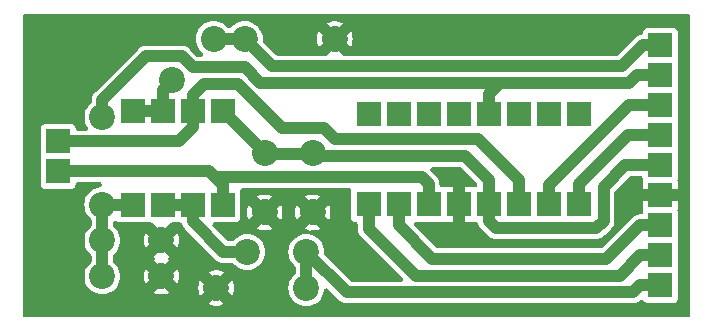
<source format=gbr>
%TF.GenerationSoftware,KiCad,Pcbnew,7.0.10*%
%TF.CreationDate,2024-03-29T20:44:44-06:00*%
%TF.ProjectId,Active_Electrode,41637469-7665-45f4-956c-656374726f64,rev?*%
%TF.SameCoordinates,Original*%
%TF.FileFunction,Copper,L1,Top*%
%TF.FilePolarity,Positive*%
%FSLAX46Y46*%
G04 Gerber Fmt 4.6, Leading zero omitted, Abs format (unit mm)*
G04 Created by KiCad (PCBNEW 7.0.10) date 2024-03-29 20:44:44*
%MOMM*%
%LPD*%
G01*
G04 APERTURE LIST*
%TA.AperFunction,ComponentPad*%
%ADD10R,2.140000X2.140000*%
%TD*%
%TA.AperFunction,ComponentPad*%
%ADD11C,2.200000*%
%TD*%
%TA.AperFunction,ViaPad*%
%ADD12C,2.200000*%
%TD*%
%TA.AperFunction,Conductor*%
%ADD13C,1.000000*%
%TD*%
G04 APERTURE END LIST*
D10*
%TO.P,J1,1,Pin_1*%
%TO.N,/CH1*%
X3080000Y-10922000D03*
%TO.P,J1,2,Pin_2*%
%TO.N,/CH2*%
X3080000Y-13462000D03*
%TD*%
D11*
%TO.P,C10,1*%
%TO.N,/+12V*%
X6832600Y-19304000D03*
%TO.P,C10,2*%
%TO.N,GND*%
X11832600Y-19304000D03*
%TD*%
%TO.P,R2,1*%
%TO.N,/ADC_CH1*%
X18897600Y-2260600D03*
%TO.P,R2,2*%
%TO.N,GND*%
X26517600Y-2260600D03*
%TD*%
%TO.P,C9,1*%
%TO.N,/+12V*%
X6832600Y-22352000D03*
%TO.P,C9,2*%
%TO.N,GND*%
X11832600Y-22352000D03*
%TD*%
%TO.P,C7,1*%
%TO.N,/-12V*%
X24638000Y-11938000D03*
%TO.P,C7,2*%
%TO.N,GND*%
X24638000Y-16938000D03*
%TD*%
%TO.P,C1,1*%
%TO.N,/Neg1_Feedback*%
X12710233Y-5765800D03*
%TO.P,C1,2*%
%TO.N,/ADC_CH1*%
X16245767Y-2230266D03*
%TD*%
D10*
%TO.P,U1,1,IN1*%
%TO.N,/DigiSelect1*%
X47160000Y-16256000D03*
%TO.P,U1,2,D1*%
%TO.N,/CURR_CH1*%
X44620000Y-16256000D03*
%TO.P,U1,3,S1*%
%TO.N,/CH1*%
X42080000Y-16256000D03*
%TO.P,U1,4,VSS*%
%TO.N,/-12V*%
X39540000Y-16256000D03*
%TO.P,U1,5,GND*%
%TO.N,GND*%
X37000000Y-16256000D03*
%TO.P,U1,6,S4*%
%TO.N,/CH2*%
X34460000Y-16256000D03*
%TO.P,U1,7,D4*%
%TO.N,/CURR_CH2*%
X31920000Y-16256000D03*
%TO.P,U1,8,IN4*%
%TO.N,/DigiSelect2*%
X29380000Y-16256000D03*
%TO.P,U1,9,IN3*%
%TO.N,unconnected-(U1-IN3-Pad9)*%
X29380000Y-8636000D03*
%TO.P,U1,10,D3*%
%TO.N,unconnected-(U1-D3-Pad10)*%
X31920000Y-8636000D03*
%TO.P,U1,11,S3*%
%TO.N,unconnected-(U1-S3-Pad11)*%
X34460000Y-8636000D03*
%TO.P,U1,12,NC*%
%TO.N,unconnected-(U1-NC-Pad12)*%
X37000000Y-8636000D03*
%TO.P,U1,13,VDD*%
%TO.N,/+12V*%
X39540000Y-8636000D03*
%TO.P,U1,14,S2*%
%TO.N,unconnected-(U1-S2-Pad14)*%
X42080000Y-8636000D03*
%TO.P,U1,15,D2*%
%TO.N,unconnected-(U1-D2-Pad15)*%
X44620000Y-8636000D03*
%TO.P,U1,16,IN2*%
%TO.N,unconnected-(U1-IN2-Pad16)*%
X47160000Y-8636000D03*
%TD*%
%TO.P,U2,1,OUT_A*%
%TO.N,/Neg1_Feedback*%
X9405000Y-8362000D03*
%TO.P,U2,2,NEG_A*%
X11945000Y-8362000D03*
%TO.P,U2,3,POS_A*%
%TO.N,/CH1*%
X14485000Y-8362000D03*
%TO.P,U2,4,V-*%
%TO.N,/-12V*%
X17025000Y-8362000D03*
%TO.P,U2,5,POS_B*%
%TO.N,/CH2*%
X17025000Y-16302000D03*
%TO.P,U2,6,NEG_B*%
%TO.N,/Neg2_FeedBack*%
X14485000Y-16302000D03*
%TO.P,U2,7,OUT_B*%
X11945000Y-16302000D03*
%TO.P,U2,8,V+*%
%TO.N,/+12V*%
X9405000Y-16302000D03*
%TD*%
D11*
%TO.P,C2,1*%
%TO.N,/Neg2_FeedBack*%
X19090000Y-20285400D03*
%TO.P,C2,2*%
%TO.N,/ADC_CH2*%
X24090000Y-20285400D03*
%TD*%
D10*
%TO.P,J2,1,Pin_1*%
%TO.N,/ADC_CH1*%
X54077000Y-2778600D03*
%TO.P,J2,2,Pin_2*%
%TO.N,/+12V*%
X54077000Y-5318600D03*
%TO.P,J2,3,Pin_3*%
%TO.N,/CURR_CH1*%
X54077000Y-7858600D03*
%TO.P,J2,4,Pin_4*%
%TO.N,/DigiSelect1*%
X54077000Y-10398600D03*
%TO.P,J2,5,Pin_5*%
%TO.N,/-12V*%
X54077000Y-12938600D03*
%TO.P,J2,6,Pin_6*%
%TO.N,GND*%
X54077000Y-15478600D03*
%TO.P,J2,7,Pin_7*%
%TO.N,/CURR_CH2*%
X54077000Y-18018600D03*
%TO.P,J2,8,Pin_8*%
%TO.N,/DigiSelect2*%
X54077000Y-20558600D03*
%TO.P,J2,9,Pin_9*%
%TO.N,/ADC_CH2*%
X54077000Y-23098600D03*
%TD*%
D11*
%TO.P,R1,1*%
%TO.N,/ADC_CH2*%
X24090000Y-23342600D03*
%TO.P,R1,2*%
%TO.N,GND*%
X16470000Y-23342600D03*
%TD*%
%TO.P,C8,1*%
%TO.N,/-12V*%
X20574000Y-11927200D03*
%TO.P,C8,2*%
%TO.N,GND*%
X20574000Y-16927200D03*
%TD*%
D12*
%TO.N,/+12V*%
X6834998Y-8870000D03*
X6831000Y-16268000D03*
%TD*%
D13*
%TO.N,/DigiSelect1*%
X51323400Y-10398600D02*
X54077000Y-10398600D01*
X47160000Y-16256000D02*
X47160000Y-14562000D01*
X47160000Y-14562000D02*
X51323400Y-10398600D01*
%TO.N,/DigiSelect2*%
X50635200Y-22288200D02*
X33342200Y-22288200D01*
X54077000Y-20558600D02*
X52364800Y-20558600D01*
X52364800Y-20558600D02*
X50635200Y-22288200D01*
X29380000Y-18326000D02*
X29380000Y-16256000D01*
X33342200Y-22288200D02*
X29380000Y-18326000D01*
%TO.N,/CURR_CH1*%
X51399600Y-7858600D02*
X44620000Y-14638200D01*
X44620000Y-14638200D02*
X44620000Y-16256000D01*
X54077000Y-7858600D02*
X51399600Y-7858600D01*
%TO.N,/CURR_CH2*%
X54077000Y-18018600D02*
X52364800Y-18018600D01*
X49505200Y-20878200D02*
X34772000Y-20878200D01*
X31920000Y-18026200D02*
X31920000Y-16256000D01*
X34772000Y-20878200D02*
X31920000Y-18026200D01*
X52364800Y-18018600D02*
X49505200Y-20878200D01*
%TO.N,/ADC_CH1*%
X52603958Y-2778600D02*
X54077000Y-2778600D01*
X16245767Y-2255666D02*
X18892666Y-2255666D01*
X18897600Y-2260600D02*
X21209000Y-4572000D01*
X18892666Y-2255666D02*
X18897600Y-2260600D01*
X50801358Y-4572000D02*
X50805958Y-4576600D01*
X50805958Y-4576600D02*
X52603958Y-2778600D01*
X21209000Y-4572000D02*
X50801358Y-4572000D01*
%TO.N,/ADC_CH2*%
X51765200Y-23698200D02*
X27502800Y-23698200D01*
X54077000Y-23098600D02*
X52364800Y-23098600D01*
X24090000Y-20285400D02*
X24104600Y-20300000D01*
X24104600Y-20300000D02*
X24104600Y-23328000D01*
X27502800Y-23698200D02*
X24090000Y-20285400D01*
X52364800Y-23098600D02*
X51765200Y-23698200D01*
X24104600Y-23328000D02*
X24090000Y-23342600D01*
%TO.N,/CH1*%
X42080000Y-16256000D02*
X42080000Y-14186000D01*
X15411000Y-6076000D02*
X14485000Y-7002000D01*
X14485000Y-9722000D02*
X14485000Y-8362000D01*
X42080000Y-14186000D02*
X38612800Y-10718800D01*
X25603200Y-9829800D02*
X22059758Y-9829800D01*
X38612800Y-10718800D02*
X26492200Y-10718800D01*
X13285000Y-10922000D02*
X14485000Y-9722000D01*
X18305958Y-6076000D02*
X15411000Y-6076000D01*
X26492200Y-10718800D02*
X25603200Y-9829800D01*
X22059758Y-9829800D02*
X18305958Y-6076000D01*
X3080000Y-10922000D02*
X13285000Y-10922000D01*
X14485000Y-7002000D02*
X14485000Y-8362000D01*
%TO.N,/CH2*%
X15545000Y-13462000D02*
X15875000Y-13462000D01*
X17025000Y-14612000D02*
X17025000Y-16302000D01*
X15875000Y-13462000D02*
X17025000Y-14612000D01*
X34460000Y-14546400D02*
X33871600Y-13958000D01*
X3080000Y-13462000D02*
X15545000Y-13462000D01*
X34460000Y-16256000D02*
X34460000Y-14546400D01*
X16371000Y-13958000D02*
X15875000Y-13462000D01*
X33871600Y-13958000D02*
X16371000Y-13958000D01*
%TO.N,/+12V*%
X51390000Y-5986600D02*
X41406600Y-5986600D01*
X20206000Y-5982000D02*
X18890000Y-4666000D01*
X18890000Y-4666000D02*
X14470400Y-4666000D01*
X9405000Y-16302000D02*
X6865000Y-16302000D01*
X39540000Y-6942000D02*
X40500000Y-5982000D01*
X52058000Y-5318600D02*
X54077000Y-5318600D01*
X6831000Y-16268000D02*
X6831000Y-19302400D01*
X13538200Y-3733800D02*
X10541000Y-3733800D01*
X14470400Y-4666000D02*
X13538200Y-3733800D01*
X10541000Y-3733800D02*
X6834998Y-7439802D01*
X39540000Y-8636000D02*
X39540000Y-6942000D01*
X41406600Y-5986600D02*
X41402000Y-5982000D01*
X41402000Y-5982000D02*
X20206000Y-5982000D01*
X40500000Y-5982000D02*
X41402000Y-5982000D01*
X51390000Y-5986600D02*
X52058000Y-5318600D01*
X6832600Y-19304000D02*
X6832600Y-22098000D01*
X6834998Y-7439802D02*
X6834998Y-8870000D01*
X6865000Y-16302000D02*
X6831000Y-16268000D01*
X6831000Y-19302400D02*
X6832600Y-19304000D01*
%TO.N,/-12V*%
X51105000Y-12938600D02*
X49276000Y-14767600D01*
X24618000Y-11958000D02*
X24638000Y-11938000D01*
X24892000Y-12192000D02*
X37546000Y-12192000D01*
X48641000Y-18262600D02*
X40126600Y-18262600D01*
X20574000Y-11911000D02*
X17025000Y-8362000D01*
X49276000Y-17627600D02*
X48641000Y-18262600D01*
X24638000Y-11938000D02*
X24892000Y-12192000D01*
X37546000Y-12192000D02*
X39540000Y-14186000D01*
X54077000Y-12938600D02*
X51105000Y-12938600D01*
X49276000Y-14767600D02*
X49276000Y-17627600D01*
X20604800Y-11958000D02*
X24618000Y-11958000D01*
X20574000Y-11927200D02*
X20604800Y-11958000D01*
X17025000Y-8362000D02*
X17025000Y-8608400D01*
X40126600Y-18262600D02*
X39540000Y-17676000D01*
X20574000Y-11927200D02*
X20574000Y-11911000D01*
X39540000Y-14186000D02*
X39540000Y-16256000D01*
X39540000Y-17676000D02*
X39540000Y-16256000D01*
%TO.N,/Neg1_Feedback*%
X9405000Y-8362000D02*
X11945000Y-8362000D01*
X11945000Y-6531033D02*
X12710233Y-5765800D01*
X11945000Y-8362000D02*
X11945000Y-6531033D01*
%TO.N,/Neg2_FeedBack*%
X19090000Y-20285400D02*
X17068400Y-20285400D01*
X11945000Y-16302000D02*
X14485000Y-16302000D01*
X17068400Y-20285400D02*
X14485000Y-17702000D01*
X14485000Y-17702000D02*
X14485000Y-16302000D01*
%TD*%
%TA.AperFunction,Conductor*%
%TO.N,GND*%
G36*
X52483844Y-13868807D02*
G01*
X52553085Y-13924026D01*
X52591512Y-14003818D01*
X52594821Y-14033191D01*
X52595887Y-14033108D01*
X52596500Y-14040904D01*
X52611724Y-14137030D01*
X52616566Y-14151932D01*
X52614534Y-14152592D01*
X52631165Y-14218610D01*
X52623920Y-14267926D01*
X52624285Y-14267984D01*
X52607000Y-14377120D01*
X52607000Y-14978600D01*
X54041237Y-14978600D01*
X53934685Y-14993920D01*
X53803900Y-15053648D01*
X53695239Y-15147802D01*
X53617507Y-15268756D01*
X53577000Y-15406711D01*
X53577000Y-15550489D01*
X53617507Y-15688444D01*
X53695239Y-15809398D01*
X53803900Y-15903552D01*
X53934685Y-15963280D01*
X54041237Y-15978600D01*
X52607001Y-15978600D01*
X52607001Y-16580076D01*
X52624285Y-16689219D01*
X52622986Y-16689424D01*
X52629413Y-16760858D01*
X52615627Y-16804965D01*
X52616565Y-16805270D01*
X52611725Y-16820165D01*
X52596499Y-16916298D01*
X52596092Y-16921472D01*
X52569669Y-17006002D01*
X52509186Y-17070696D01*
X52426623Y-17102741D01*
X52408123Y-17104580D01*
X52355010Y-17107364D01*
X52346177Y-17107827D01*
X52335764Y-17108100D01*
X52317075Y-17108100D01*
X52298494Y-17110053D01*
X52288121Y-17110869D01*
X52221580Y-17114357D01*
X52213477Y-17116528D01*
X52182802Y-17122213D01*
X52174454Y-17123090D01*
X52111058Y-17143688D01*
X52101077Y-17146644D01*
X52036707Y-17163893D01*
X52029227Y-17167704D01*
X52000409Y-17179641D01*
X51992427Y-17182235D01*
X51992424Y-17182236D01*
X51934715Y-17215554D01*
X51925566Y-17220521D01*
X51866178Y-17250781D01*
X51866169Y-17250787D01*
X51859652Y-17256065D01*
X51833937Y-17273739D01*
X51826674Y-17277932D01*
X51826667Y-17277937D01*
X51777142Y-17322529D01*
X51769238Y-17329281D01*
X51754721Y-17341038D01*
X51754708Y-17341050D01*
X51741522Y-17354236D01*
X51733971Y-17361402D01*
X51684439Y-17406001D01*
X51684434Y-17406008D01*
X51679509Y-17412786D01*
X51659235Y-17436522D01*
X49186345Y-19909414D01*
X49111357Y-19956533D01*
X49045631Y-19967700D01*
X35231569Y-19967700D01*
X35145226Y-19947993D01*
X35090855Y-19909414D01*
X33257654Y-18076213D01*
X33210535Y-18001225D01*
X33200619Y-17913218D01*
X33229870Y-17829625D01*
X33292494Y-17767001D01*
X33376087Y-17737750D01*
X33398350Y-17736499D01*
X35562306Y-17736499D01*
X35658433Y-17721275D01*
X35658436Y-17721273D01*
X35673332Y-17716434D01*
X35673992Y-17718467D01*
X35739977Y-17701834D01*
X35789323Y-17709082D01*
X35789382Y-17708715D01*
X35898518Y-17725999D01*
X36499999Y-17725999D01*
X36500000Y-17725998D01*
X36500000Y-16327889D01*
X36540507Y-16465844D01*
X36618239Y-16586798D01*
X36726900Y-16680952D01*
X36857685Y-16740680D01*
X36964237Y-16756000D01*
X37035763Y-16756000D01*
X37142315Y-16740680D01*
X37273100Y-16680952D01*
X37381761Y-16586798D01*
X37459493Y-16465844D01*
X37500000Y-16327889D01*
X37500000Y-17725999D01*
X38101481Y-17725999D01*
X38210619Y-17708715D01*
X38210824Y-17710014D01*
X38282241Y-17703583D01*
X38326369Y-17717375D01*
X38326675Y-17716436D01*
X38341565Y-17721274D01*
X38341567Y-17721275D01*
X38437693Y-17736500D01*
X38457714Y-17736499D01*
X38544054Y-17756203D01*
X38613298Y-17811419D01*
X38646978Y-17874005D01*
X38665089Y-17929745D01*
X38668048Y-17939733D01*
X38685293Y-18004092D01*
X38689098Y-18011560D01*
X38701043Y-18040396D01*
X38703634Y-18048371D01*
X38703637Y-18048377D01*
X38736954Y-18106085D01*
X38741923Y-18115236D01*
X38772184Y-18174624D01*
X38772185Y-18174626D01*
X38777459Y-18181139D01*
X38795145Y-18206873D01*
X38799328Y-18214119D01*
X38799331Y-18214123D01*
X38799333Y-18214126D01*
X38822743Y-18240126D01*
X38843927Y-18263654D01*
X38850684Y-18271565D01*
X38862439Y-18286080D01*
X38875631Y-18299272D01*
X38882803Y-18306829D01*
X38927398Y-18356357D01*
X38927401Y-18356360D01*
X38934181Y-18361286D01*
X38957921Y-18381563D01*
X39421036Y-18844678D01*
X39441314Y-18868420D01*
X39446236Y-18875194D01*
X39446241Y-18875200D01*
X39495759Y-18919786D01*
X39503316Y-18926958D01*
X39516521Y-18940163D01*
X39531039Y-18951919D01*
X39538951Y-18958676D01*
X39588474Y-19003267D01*
X39595728Y-19007455D01*
X39621448Y-19025131D01*
X39627975Y-19030416D01*
X39687405Y-19060697D01*
X39696503Y-19065638D01*
X39711922Y-19074540D01*
X39754221Y-19098962D01*
X39754225Y-19098964D01*
X39754227Y-19098965D01*
X39762186Y-19101550D01*
X39791050Y-19113506D01*
X39798508Y-19117307D01*
X39862891Y-19134557D01*
X39872873Y-19137515D01*
X39936254Y-19158109D01*
X39944587Y-19158985D01*
X39975289Y-19164675D01*
X39980834Y-19166160D01*
X39983382Y-19166843D01*
X40049975Y-19170332D01*
X40060294Y-19171145D01*
X40078885Y-19173100D01*
X40097564Y-19173100D01*
X40107979Y-19173373D01*
X40174514Y-19176860D01*
X40182795Y-19175548D01*
X40213914Y-19173100D01*
X48553686Y-19173100D01*
X48584804Y-19175548D01*
X48593086Y-19176860D01*
X48659621Y-19173373D01*
X48670036Y-19173100D01*
X48688706Y-19173100D01*
X48688715Y-19173100D01*
X48707331Y-19171143D01*
X48717661Y-19170330D01*
X48784218Y-19166843D01*
X48792302Y-19164676D01*
X48823013Y-19158985D01*
X48831347Y-19158109D01*
X48894733Y-19137513D01*
X48904715Y-19134555D01*
X48969092Y-19117307D01*
X48976556Y-19113503D01*
X49005406Y-19101553D01*
X49013373Y-19098965D01*
X49071125Y-19065620D01*
X49080205Y-19060690D01*
X49139626Y-19030415D01*
X49146127Y-19025149D01*
X49171871Y-19007454D01*
X49179126Y-19003267D01*
X49228669Y-18958657D01*
X49236560Y-18951919D01*
X49251081Y-18940160D01*
X49264304Y-18926935D01*
X49271803Y-18919819D01*
X49321360Y-18875199D01*
X49326285Y-18868420D01*
X49346562Y-18844677D01*
X49858082Y-18333158D01*
X49881828Y-18312879D01*
X49888599Y-18307960D01*
X49933190Y-18258435D01*
X49940323Y-18250917D01*
X49953561Y-18237681D01*
X49965322Y-18223154D01*
X49972082Y-18215241D01*
X49973089Y-18214123D01*
X50016667Y-18165726D01*
X50020850Y-18158479D01*
X50038544Y-18132735D01*
X50043816Y-18126225D01*
X50074079Y-18066830D01*
X50079036Y-18057698D01*
X50112365Y-17999973D01*
X50114950Y-17992015D01*
X50126907Y-17963147D01*
X50130707Y-17955692D01*
X50147955Y-17891315D01*
X50150913Y-17881333D01*
X50162578Y-17845431D01*
X50171509Y-17817946D01*
X50172385Y-17809603D01*
X50178077Y-17778900D01*
X50180243Y-17770818D01*
X50183731Y-17704253D01*
X50184547Y-17693892D01*
X50185502Y-17684809D01*
X50186500Y-17675315D01*
X50186500Y-17656635D01*
X50186773Y-17646219D01*
X50190260Y-17579686D01*
X50190259Y-17579680D01*
X50188950Y-17571413D01*
X50186500Y-17540282D01*
X50186500Y-15227169D01*
X50206207Y-15140826D01*
X50244786Y-15086455D01*
X51423856Y-13907386D01*
X51498845Y-13860267D01*
X51564570Y-13849100D01*
X52397501Y-13849100D01*
X52483844Y-13868807D01*
G37*
%TD.AperFunction*%
%TA.AperFunction,Conductor*%
G36*
X37172774Y-13122207D02*
G01*
X37227145Y-13160786D01*
X38510431Y-14444072D01*
X38557550Y-14519060D01*
X38567466Y-14607067D01*
X38538215Y-14690660D01*
X38475591Y-14753284D01*
X38400848Y-14781336D01*
X38341567Y-14790725D01*
X38326668Y-14795566D01*
X38326007Y-14793534D01*
X38259990Y-14810165D01*
X38210675Y-14802920D01*
X38210618Y-14803285D01*
X38101481Y-14786000D01*
X37500000Y-14786000D01*
X37500000Y-16184111D01*
X37459493Y-16046156D01*
X37381761Y-15925202D01*
X37273100Y-15831048D01*
X37142315Y-15771320D01*
X37035763Y-15756000D01*
X36964237Y-15756000D01*
X36857685Y-15771320D01*
X36726900Y-15831048D01*
X36618239Y-15925202D01*
X36540507Y-16046156D01*
X36500000Y-16184111D01*
X36500000Y-14786000D01*
X35898523Y-14786000D01*
X35789381Y-14803285D01*
X35789175Y-14801987D01*
X35717736Y-14808412D01*
X35673629Y-14794626D01*
X35673325Y-14795564D01*
X35658431Y-14790724D01*
X35562304Y-14775499D01*
X35556988Y-14775081D01*
X35472458Y-14748657D01*
X35407765Y-14688173D01*
X35375721Y-14605610D01*
X35373882Y-14587108D01*
X35370773Y-14527776D01*
X35370500Y-14517363D01*
X35370500Y-14498693D01*
X35370500Y-14498685D01*
X35368545Y-14480094D01*
X35367732Y-14469775D01*
X35364243Y-14403182D01*
X35362075Y-14395089D01*
X35356385Y-14364387D01*
X35355509Y-14356054D01*
X35355508Y-14356052D01*
X35351865Y-14344841D01*
X35334912Y-14292664D01*
X35331961Y-14282705D01*
X35314707Y-14218308D01*
X35310900Y-14210836D01*
X35298955Y-14182001D01*
X35296365Y-14174027D01*
X35263036Y-14116300D01*
X35258080Y-14107173D01*
X35227815Y-14047774D01*
X35226126Y-14045688D01*
X35222541Y-14041261D01*
X35204856Y-14015528D01*
X35200669Y-14008277D01*
X35200668Y-14008275D01*
X35156066Y-13958739D01*
X35149300Y-13950816D01*
X35137567Y-13936327D01*
X35137560Y-13936319D01*
X35124367Y-13923126D01*
X35117195Y-13915569D01*
X35072600Y-13866041D01*
X35072596Y-13866038D01*
X35065818Y-13861113D01*
X35042075Y-13840834D01*
X34643455Y-13442214D01*
X34596336Y-13367226D01*
X34586420Y-13279219D01*
X34615671Y-13195626D01*
X34678295Y-13133002D01*
X34761888Y-13103751D01*
X34784169Y-13102500D01*
X37086431Y-13102500D01*
X37172774Y-13122207D01*
G37*
%TD.AperFunction*%
%TA.AperFunction,Conductor*%
G36*
X56460843Y-120207D02*
G01*
X56530084Y-175426D01*
X56568511Y-255218D01*
X56573500Y-299500D01*
X56573500Y-25608500D01*
X56553793Y-25694843D01*
X56498574Y-25764084D01*
X56418782Y-25802511D01*
X56374500Y-25807500D01*
X299500Y-25807500D01*
X213157Y-25787793D01*
X143916Y-25732574D01*
X105489Y-25652782D01*
X100500Y-25608500D01*
X100500Y-24697563D01*
X15822143Y-24697563D01*
X15865387Y-24720966D01*
X16100511Y-24801683D01*
X16345702Y-24842599D01*
X16345708Y-24842600D01*
X16594292Y-24842600D01*
X16594297Y-24842599D01*
X16839488Y-24801683D01*
X17074607Y-24720967D01*
X17074612Y-24720965D01*
X17117855Y-24697563D01*
X17117856Y-24697562D01*
X16470001Y-24049707D01*
X16470000Y-24049707D01*
X15822143Y-24697562D01*
X15822143Y-24697563D01*
X100500Y-24697563D01*
X100500Y-14564306D01*
X1599500Y-14564306D01*
X1614724Y-14660430D01*
X1614727Y-14660438D01*
X1673758Y-14776294D01*
X1765705Y-14868241D01*
X1819711Y-14895758D01*
X1881567Y-14927275D01*
X1977693Y-14942500D01*
X4182306Y-14942499D01*
X4278433Y-14927275D01*
X4394294Y-14868241D01*
X4486241Y-14776294D01*
X4545275Y-14660433D01*
X4560500Y-14564307D01*
X4560500Y-14564299D01*
X4561114Y-14556511D01*
X4563871Y-14556728D01*
X4580207Y-14485157D01*
X4635426Y-14415916D01*
X4715218Y-14377489D01*
X4759500Y-14372500D01*
X6598648Y-14372500D01*
X6684991Y-14392207D01*
X6754232Y-14447426D01*
X6792659Y-14527218D01*
X6792659Y-14615782D01*
X6754232Y-14695574D01*
X6684991Y-14750793D01*
X6614263Y-14769886D01*
X6593975Y-14771483D01*
X6593972Y-14771483D01*
X6593967Y-14771484D01*
X6362790Y-14826985D01*
X6362784Y-14826987D01*
X6143123Y-14917974D01*
X5940409Y-15042197D01*
X5940408Y-15042198D01*
X5759612Y-15196612D01*
X5605198Y-15377408D01*
X5605197Y-15377409D01*
X5480974Y-15580123D01*
X5389987Y-15799784D01*
X5389985Y-15799790D01*
X5334484Y-16030967D01*
X5334483Y-16030972D01*
X5334483Y-16030975D01*
X5315829Y-16268000D01*
X5334264Y-16502248D01*
X5334484Y-16505032D01*
X5389985Y-16736209D01*
X5389987Y-16736215D01*
X5480974Y-16955876D01*
X5605197Y-17158590D01*
X5605198Y-17158591D01*
X5605199Y-17158593D01*
X5605201Y-17158595D01*
X5759612Y-17339388D01*
X5850741Y-17417218D01*
X5903596Y-17488277D01*
X5920500Y-17568538D01*
X5920500Y-18004826D01*
X5900793Y-18091169D01*
X5850741Y-18156146D01*
X5761219Y-18232605D01*
X5761212Y-18232611D01*
X5606798Y-18413408D01*
X5606797Y-18413409D01*
X5482574Y-18616123D01*
X5391587Y-18835784D01*
X5391585Y-18835790D01*
X5336084Y-19066967D01*
X5336083Y-19066972D01*
X5336083Y-19066975D01*
X5317429Y-19304000D01*
X5324575Y-19394805D01*
X5336084Y-19541032D01*
X5391585Y-19772209D01*
X5391587Y-19772215D01*
X5482574Y-19991876D01*
X5606797Y-20194590D01*
X5606798Y-20194591D01*
X5606799Y-20194593D01*
X5606801Y-20194595D01*
X5761212Y-20375388D01*
X5852341Y-20453218D01*
X5905196Y-20524277D01*
X5922100Y-20604538D01*
X5922100Y-21051460D01*
X5902393Y-21137803D01*
X5852340Y-21202781D01*
X5761217Y-21280606D01*
X5761212Y-21280611D01*
X5606798Y-21461408D01*
X5606797Y-21461409D01*
X5482574Y-21664123D01*
X5391587Y-21883784D01*
X5391585Y-21883790D01*
X5336084Y-22114967D01*
X5336083Y-22114972D01*
X5336083Y-22114975D01*
X5317429Y-22352000D01*
X5325299Y-22452005D01*
X5336084Y-22589032D01*
X5391585Y-22820209D01*
X5391587Y-22820215D01*
X5482574Y-23039876D01*
X5606797Y-23242590D01*
X5606798Y-23242591D01*
X5606799Y-23242593D01*
X5606801Y-23242595D01*
X5761212Y-23423388D01*
X5942005Y-23577799D01*
X5942007Y-23577800D01*
X5942008Y-23577801D01*
X5942009Y-23577802D01*
X6144723Y-23702025D01*
X6144725Y-23702025D01*
X6144727Y-23702027D01*
X6364386Y-23793013D01*
X6595575Y-23848517D01*
X6832600Y-23867171D01*
X7069625Y-23848517D01*
X7300814Y-23793013D01*
X7508556Y-23706963D01*
X11184743Y-23706963D01*
X11227987Y-23730366D01*
X11463111Y-23811083D01*
X11708302Y-23851999D01*
X11708308Y-23852000D01*
X11956892Y-23852000D01*
X11956897Y-23851999D01*
X12202088Y-23811083D01*
X12437207Y-23730367D01*
X12437212Y-23730365D01*
X12480455Y-23706963D01*
X12480456Y-23706962D01*
X12116098Y-23342604D01*
X14964859Y-23342604D01*
X14985385Y-23590330D01*
X15046413Y-23831320D01*
X15115855Y-23989635D01*
X15115857Y-23989636D01*
X15691004Y-23414489D01*
X15970000Y-23414489D01*
X16010507Y-23552444D01*
X16088239Y-23673398D01*
X16196900Y-23767552D01*
X16327685Y-23827280D01*
X16434237Y-23842600D01*
X16505763Y-23842600D01*
X16612315Y-23827280D01*
X16743100Y-23767552D01*
X16851761Y-23673398D01*
X16929493Y-23552444D01*
X16970000Y-23414489D01*
X16970000Y-23342600D01*
X17177107Y-23342600D01*
X17824143Y-23989636D01*
X17893587Y-23831320D01*
X17954614Y-23590330D01*
X17975141Y-23342604D01*
X17975141Y-23342595D01*
X17954614Y-23094869D01*
X17893587Y-22853879D01*
X17824143Y-22695563D01*
X17177107Y-23342599D01*
X17177107Y-23342600D01*
X16970000Y-23342600D01*
X16970000Y-23270711D01*
X16929493Y-23132756D01*
X16851761Y-23011802D01*
X16743100Y-22917648D01*
X16612315Y-22857920D01*
X16505763Y-22842600D01*
X16434237Y-22842600D01*
X16327685Y-22857920D01*
X16196900Y-22917648D01*
X16088239Y-23011802D01*
X16010507Y-23132756D01*
X15970000Y-23270711D01*
X15970000Y-23414489D01*
X15691004Y-23414489D01*
X15762893Y-23342600D01*
X15762893Y-23342599D01*
X15115856Y-22695562D01*
X15115855Y-22695563D01*
X15046413Y-22853877D01*
X15046413Y-22853878D01*
X14985385Y-23094869D01*
X14964859Y-23342595D01*
X14964859Y-23342604D01*
X12116098Y-23342604D01*
X11832601Y-23059107D01*
X11832600Y-23059107D01*
X11184743Y-23706962D01*
X11184743Y-23706963D01*
X7508556Y-23706963D01*
X7520473Y-23702027D01*
X7723195Y-23577799D01*
X7903988Y-23423388D01*
X8058399Y-23242595D01*
X8182627Y-23039873D01*
X8273613Y-22820214D01*
X8329117Y-22589025D01*
X8347771Y-22352004D01*
X10327459Y-22352004D01*
X10347985Y-22599730D01*
X10409013Y-22840720D01*
X10478455Y-22999035D01*
X10478457Y-22999036D01*
X11053604Y-22423889D01*
X11332600Y-22423889D01*
X11373107Y-22561844D01*
X11450839Y-22682798D01*
X11559500Y-22776952D01*
X11690285Y-22836680D01*
X11796837Y-22852000D01*
X11868363Y-22852000D01*
X11974915Y-22836680D01*
X12105700Y-22776952D01*
X12214361Y-22682798D01*
X12292093Y-22561844D01*
X12332600Y-22423889D01*
X12332600Y-22352000D01*
X12539707Y-22352000D01*
X13186743Y-22999036D01*
X13256187Y-22840720D01*
X13317214Y-22599730D01*
X13337741Y-22352004D01*
X13337741Y-22351995D01*
X13317214Y-22104269D01*
X13287678Y-21987636D01*
X15822143Y-21987636D01*
X16470000Y-22635493D01*
X16470001Y-22635493D01*
X17117856Y-21987636D01*
X17117855Y-21987635D01*
X17074609Y-21964233D01*
X17074611Y-21964233D01*
X16839488Y-21883516D01*
X16594297Y-21842600D01*
X16345702Y-21842600D01*
X16100511Y-21883516D01*
X15865389Y-21964233D01*
X15865385Y-21964235D01*
X15822143Y-21987635D01*
X15822143Y-21987636D01*
X13287678Y-21987636D01*
X13256187Y-21863279D01*
X13186743Y-21704963D01*
X12539707Y-22351999D01*
X12539707Y-22352000D01*
X12332600Y-22352000D01*
X12332600Y-22280111D01*
X12292093Y-22142156D01*
X12214361Y-22021202D01*
X12105700Y-21927048D01*
X11974915Y-21867320D01*
X11868363Y-21852000D01*
X11796837Y-21852000D01*
X11690285Y-21867320D01*
X11559500Y-21927048D01*
X11450839Y-22021202D01*
X11373107Y-22142156D01*
X11332600Y-22280111D01*
X11332600Y-22423889D01*
X11053604Y-22423889D01*
X11125493Y-22352000D01*
X11125493Y-22351999D01*
X10478456Y-21704962D01*
X10478455Y-21704963D01*
X10409013Y-21863277D01*
X10409013Y-21863278D01*
X10347985Y-22104269D01*
X10327459Y-22351995D01*
X10327459Y-22352004D01*
X8347771Y-22352004D01*
X8347771Y-22352000D01*
X8329117Y-22114975D01*
X8273613Y-21883786D01*
X8182627Y-21664127D01*
X8180654Y-21660907D01*
X8058402Y-21461409D01*
X8058401Y-21461408D01*
X8058400Y-21461407D01*
X8058399Y-21461405D01*
X7903988Y-21280612D01*
X7903987Y-21280611D01*
X7903982Y-21280606D01*
X7812860Y-21202781D01*
X7760003Y-21131720D01*
X7743100Y-21051460D01*
X7743100Y-20997036D01*
X11184743Y-20997036D01*
X11832600Y-21644893D01*
X11832601Y-21644893D01*
X12480456Y-20997036D01*
X12479834Y-20992770D01*
X12424949Y-20944590D01*
X12390332Y-20863072D01*
X12394513Y-20774608D01*
X12436663Y-20696718D01*
X12479989Y-20662166D01*
X12480456Y-20658962D01*
X11832601Y-20011107D01*
X11832600Y-20011107D01*
X11184743Y-20658962D01*
X11185365Y-20663229D01*
X11240251Y-20711410D01*
X11274866Y-20792929D01*
X11270684Y-20881393D01*
X11228533Y-20959282D01*
X11185210Y-20993830D01*
X11184743Y-20997036D01*
X7743100Y-20997036D01*
X7743100Y-20604538D01*
X7762807Y-20518195D01*
X7812858Y-20453219D01*
X7903988Y-20375388D01*
X8058399Y-20194595D01*
X8182627Y-19991873D01*
X8273613Y-19772214D01*
X8329117Y-19541025D01*
X8347771Y-19304004D01*
X10327459Y-19304004D01*
X10347985Y-19551730D01*
X10409013Y-19792720D01*
X10478455Y-19951035D01*
X10478457Y-19951036D01*
X11053604Y-19375889D01*
X11332600Y-19375889D01*
X11373107Y-19513844D01*
X11450839Y-19634798D01*
X11559500Y-19728952D01*
X11690285Y-19788680D01*
X11796837Y-19804000D01*
X11868363Y-19804000D01*
X11974915Y-19788680D01*
X12105700Y-19728952D01*
X12214361Y-19634798D01*
X12292093Y-19513844D01*
X12332600Y-19375889D01*
X12332600Y-19304000D01*
X12539707Y-19304000D01*
X13186743Y-19951036D01*
X13256187Y-19792720D01*
X13317214Y-19551730D01*
X13337741Y-19304004D01*
X13337741Y-19303995D01*
X13317214Y-19056269D01*
X13256187Y-18815279D01*
X13186743Y-18656963D01*
X12539707Y-19303999D01*
X12539707Y-19304000D01*
X12332600Y-19304000D01*
X12332600Y-19232111D01*
X12292093Y-19094156D01*
X12214361Y-18973202D01*
X12105700Y-18879048D01*
X11974915Y-18819320D01*
X11868363Y-18804000D01*
X11796837Y-18804000D01*
X11690285Y-18819320D01*
X11559500Y-18879048D01*
X11450839Y-18973202D01*
X11373107Y-19094156D01*
X11332600Y-19232111D01*
X11332600Y-19375889D01*
X11053604Y-19375889D01*
X11125493Y-19304000D01*
X11125493Y-19303999D01*
X10478456Y-18656962D01*
X10478455Y-18656963D01*
X10409013Y-18815277D01*
X10409013Y-18815278D01*
X10347985Y-19056269D01*
X10327459Y-19303995D01*
X10327459Y-19304004D01*
X8347771Y-19304004D01*
X8347771Y-19304000D01*
X8329117Y-19066975D01*
X8273613Y-18835786D01*
X8182627Y-18616127D01*
X8182625Y-18616123D01*
X8058402Y-18413409D01*
X8058401Y-18413408D01*
X8058400Y-18413407D01*
X8058399Y-18413405D01*
X7903988Y-18232612D01*
X7888184Y-18219114D01*
X7811259Y-18153413D01*
X7758403Y-18082353D01*
X7741500Y-18002093D01*
X7741500Y-17839464D01*
X7761207Y-17753121D01*
X7816426Y-17683880D01*
X7896218Y-17645453D01*
X7984782Y-17645453D01*
X8064574Y-17683880D01*
X8081214Y-17698750D01*
X8090705Y-17708241D01*
X8167697Y-17747470D01*
X8206567Y-17767275D01*
X8302693Y-17782500D01*
X10507306Y-17782499D01*
X10603433Y-17767275D01*
X10603436Y-17767273D01*
X10613502Y-17764003D01*
X10701709Y-17756063D01*
X10736496Y-17764003D01*
X10746565Y-17767274D01*
X10746567Y-17767275D01*
X10842693Y-17782500D01*
X10978914Y-17782499D01*
X11065253Y-17802206D01*
X11134495Y-17857423D01*
X11172919Y-17937212D01*
X11832600Y-18596893D01*
X11832601Y-18596893D01*
X12495448Y-17934044D01*
X12496418Y-17921911D01*
X12541075Y-17845431D01*
X12614493Y-17795901D01*
X12686286Y-17782499D01*
X13047306Y-17782499D01*
X13143433Y-17767275D01*
X13143436Y-17767273D01*
X13153502Y-17764003D01*
X13241709Y-17756063D01*
X13276496Y-17764003D01*
X13286565Y-17767274D01*
X13286567Y-17767275D01*
X13382693Y-17782500D01*
X13409214Y-17782499D01*
X13495555Y-17802204D01*
X13564798Y-17857420D01*
X13598478Y-17920008D01*
X13610090Y-17955748D01*
X13613048Y-17965733D01*
X13630293Y-18030092D01*
X13634098Y-18037560D01*
X13646043Y-18066396D01*
X13648634Y-18074371D01*
X13648637Y-18074377D01*
X13681954Y-18132085D01*
X13686923Y-18141236D01*
X13717184Y-18200624D01*
X13717185Y-18200626D01*
X13722459Y-18207139D01*
X13740145Y-18232873D01*
X13744328Y-18240119D01*
X13744331Y-18240123D01*
X13744333Y-18240126D01*
X13755525Y-18252556D01*
X13788927Y-18289654D01*
X13795684Y-18297565D01*
X13807439Y-18312080D01*
X13820632Y-18325273D01*
X13827803Y-18332829D01*
X13872401Y-18382360D01*
X13877801Y-18386283D01*
X13879180Y-18387285D01*
X13902925Y-18407566D01*
X16362834Y-20867475D01*
X16383113Y-20891218D01*
X16388038Y-20897996D01*
X16388041Y-20898000D01*
X16437569Y-20942595D01*
X16445126Y-20949767D01*
X16458319Y-20962960D01*
X16458327Y-20962967D01*
X16472816Y-20974700D01*
X16480739Y-20981466D01*
X16530275Y-21026068D01*
X16530277Y-21026069D01*
X16537528Y-21030256D01*
X16563261Y-21047941D01*
X16569774Y-21053215D01*
X16629173Y-21083480D01*
X16638300Y-21088436D01*
X16696027Y-21121765D01*
X16704001Y-21124355D01*
X16732836Y-21136300D01*
X16740308Y-21140107D01*
X16804705Y-21157361D01*
X16814664Y-21160312D01*
X16878054Y-21180909D01*
X16886387Y-21181785D01*
X16917089Y-21187475D01*
X16922634Y-21188960D01*
X16925182Y-21189643D01*
X16991775Y-21193132D01*
X17002094Y-21193945D01*
X17020685Y-21195900D01*
X17039364Y-21195900D01*
X17049779Y-21196173D01*
X17116314Y-21199660D01*
X17124595Y-21198348D01*
X17155714Y-21195900D01*
X17789460Y-21195900D01*
X17875803Y-21215607D01*
X17940781Y-21265660D01*
X18018606Y-21356782D01*
X18018611Y-21356787D01*
X18018612Y-21356788D01*
X18199405Y-21511199D01*
X18199407Y-21511200D01*
X18199408Y-21511201D01*
X18199409Y-21511202D01*
X18402123Y-21635425D01*
X18402125Y-21635425D01*
X18402127Y-21635427D01*
X18621786Y-21726413D01*
X18852975Y-21781917D01*
X19090000Y-21800571D01*
X19327025Y-21781917D01*
X19558214Y-21726413D01*
X19777873Y-21635427D01*
X19980595Y-21511199D01*
X20161388Y-21356788D01*
X20315799Y-21175995D01*
X20440027Y-20973273D01*
X20531013Y-20753614D01*
X20586517Y-20522425D01*
X20605171Y-20285400D01*
X20586517Y-20048375D01*
X20531013Y-19817186D01*
X20440027Y-19597527D01*
X20405403Y-19541025D01*
X20315802Y-19394809D01*
X20315801Y-19394808D01*
X20315800Y-19394807D01*
X20315799Y-19394805D01*
X20161388Y-19214012D01*
X19980595Y-19059601D01*
X19980593Y-19059599D01*
X19980591Y-19059598D01*
X19980590Y-19059597D01*
X19777876Y-18935374D01*
X19558215Y-18844387D01*
X19558209Y-18844385D01*
X19327032Y-18788884D01*
X19327027Y-18788883D01*
X19327025Y-18788883D01*
X19090000Y-18770229D01*
X18852975Y-18788883D01*
X18852972Y-18788883D01*
X18852967Y-18788884D01*
X18621790Y-18844385D01*
X18621784Y-18844387D01*
X18402123Y-18935374D01*
X18199409Y-19059597D01*
X18199408Y-19059598D01*
X18018611Y-19214012D01*
X18018606Y-19214017D01*
X17940781Y-19305140D01*
X17869720Y-19357997D01*
X17789460Y-19374900D01*
X17527969Y-19374900D01*
X17441626Y-19355193D01*
X17387255Y-19316614D01*
X16352804Y-18282163D01*
X19926143Y-18282163D01*
X19969387Y-18305566D01*
X20204511Y-18386283D01*
X20449702Y-18427199D01*
X20449708Y-18427200D01*
X20698292Y-18427200D01*
X20698297Y-18427199D01*
X20943488Y-18386283D01*
X21178607Y-18305567D01*
X21178612Y-18305565D01*
X21201898Y-18292963D01*
X23990143Y-18292963D01*
X24033387Y-18316366D01*
X24246876Y-18389656D01*
X24322141Y-18436331D01*
X24369702Y-18511040D01*
X24373448Y-18542611D01*
X24424513Y-18480033D01*
X24504732Y-18442505D01*
X24546833Y-18438000D01*
X24762292Y-18438000D01*
X24762297Y-18437999D01*
X25007488Y-18397083D01*
X25242607Y-18316367D01*
X25242612Y-18316365D01*
X25285855Y-18292963D01*
X25285856Y-18292962D01*
X24638001Y-17645107D01*
X24638000Y-17645107D01*
X23990143Y-18292962D01*
X23990143Y-18292963D01*
X21201898Y-18292963D01*
X21221855Y-18282163D01*
X21221856Y-18282162D01*
X20574001Y-17634307D01*
X20574000Y-17634307D01*
X19926143Y-18282162D01*
X19926143Y-18282163D01*
X16352804Y-18282163D01*
X16192854Y-18122213D01*
X16145735Y-18047225D01*
X16135819Y-17959218D01*
X16165070Y-17875625D01*
X16227694Y-17813001D01*
X16311287Y-17783750D01*
X16333553Y-17782499D01*
X18127306Y-17782499D01*
X18223433Y-17767275D01*
X18339294Y-17708241D01*
X18431241Y-17616294D01*
X18490275Y-17500433D01*
X18505500Y-17404307D01*
X18505500Y-16927204D01*
X19068859Y-16927204D01*
X19089385Y-17174930D01*
X19150413Y-17415920D01*
X19219855Y-17574235D01*
X19219857Y-17574236D01*
X19795004Y-16999089D01*
X20074000Y-16999089D01*
X20114507Y-17137044D01*
X20192239Y-17257998D01*
X20300900Y-17352152D01*
X20431685Y-17411880D01*
X20538237Y-17427200D01*
X20609763Y-17427200D01*
X20716315Y-17411880D01*
X20847100Y-17352152D01*
X20955761Y-17257998D01*
X21033493Y-17137044D01*
X21074000Y-16999089D01*
X21074000Y-16927200D01*
X21281107Y-16927200D01*
X21928143Y-17574236D01*
X21997587Y-17415920D01*
X22058614Y-17174930D01*
X22078246Y-16938004D01*
X23132859Y-16938004D01*
X23153385Y-17185730D01*
X23214413Y-17426720D01*
X23283855Y-17585035D01*
X23283857Y-17585036D01*
X23859004Y-17009889D01*
X24138000Y-17009889D01*
X24178507Y-17147844D01*
X24256239Y-17268798D01*
X24364900Y-17362952D01*
X24495685Y-17422680D01*
X24602237Y-17438000D01*
X24673763Y-17438000D01*
X24780315Y-17422680D01*
X24911100Y-17362952D01*
X25019761Y-17268798D01*
X25097493Y-17147844D01*
X25138000Y-17009889D01*
X25138000Y-16938000D01*
X25345107Y-16938000D01*
X25992143Y-17585036D01*
X26061587Y-17426720D01*
X26122614Y-17185730D01*
X26143141Y-16938004D01*
X26143141Y-16937995D01*
X26122614Y-16690269D01*
X26061587Y-16449279D01*
X25992143Y-16290963D01*
X25345107Y-16937999D01*
X25345107Y-16938000D01*
X25138000Y-16938000D01*
X25138000Y-16866111D01*
X25097493Y-16728156D01*
X25019761Y-16607202D01*
X24911100Y-16513048D01*
X24780315Y-16453320D01*
X24673763Y-16438000D01*
X24602237Y-16438000D01*
X24495685Y-16453320D01*
X24364900Y-16513048D01*
X24256239Y-16607202D01*
X24178507Y-16728156D01*
X24138000Y-16866111D01*
X24138000Y-17009889D01*
X23859004Y-17009889D01*
X23930893Y-16938000D01*
X23930893Y-16937999D01*
X23283856Y-16290962D01*
X23283855Y-16290963D01*
X23214413Y-16449277D01*
X23214413Y-16449278D01*
X23153385Y-16690269D01*
X23132859Y-16937995D01*
X23132859Y-16938004D01*
X22078246Y-16938004D01*
X22079141Y-16927204D01*
X22079141Y-16927195D01*
X22058614Y-16679469D01*
X21997587Y-16438479D01*
X21928143Y-16280163D01*
X21281107Y-16927199D01*
X21281107Y-16927200D01*
X21074000Y-16927200D01*
X21074000Y-16855311D01*
X21033493Y-16717356D01*
X20955761Y-16596402D01*
X20847100Y-16502248D01*
X20716315Y-16442520D01*
X20609763Y-16427200D01*
X20538237Y-16427200D01*
X20431685Y-16442520D01*
X20300900Y-16502248D01*
X20192239Y-16596402D01*
X20114507Y-16717356D01*
X20074000Y-16855311D01*
X20074000Y-16999089D01*
X19795004Y-16999089D01*
X19866893Y-16927200D01*
X19866893Y-16927199D01*
X19219856Y-16280162D01*
X19219855Y-16280163D01*
X19150413Y-16438477D01*
X19150413Y-16438478D01*
X19089385Y-16679469D01*
X19068859Y-16927195D01*
X19068859Y-16927204D01*
X18505500Y-16927204D01*
X18505499Y-15572236D01*
X19926143Y-15572236D01*
X20574000Y-16220093D01*
X20574001Y-16220093D01*
X21211056Y-15583036D01*
X23990143Y-15583036D01*
X24638000Y-16230893D01*
X24638001Y-16230893D01*
X25285856Y-15583036D01*
X25285855Y-15583035D01*
X25242609Y-15559633D01*
X25242611Y-15559633D01*
X25007488Y-15478916D01*
X24762297Y-15438000D01*
X24513702Y-15438000D01*
X24268511Y-15478916D01*
X24033389Y-15559633D01*
X24033385Y-15559635D01*
X23990143Y-15583035D01*
X23990143Y-15583036D01*
X21211056Y-15583036D01*
X21221856Y-15572236D01*
X21221855Y-15572235D01*
X21178609Y-15548833D01*
X21178611Y-15548833D01*
X20943488Y-15468116D01*
X20698297Y-15427200D01*
X20449702Y-15427200D01*
X20204511Y-15468116D01*
X19969389Y-15548833D01*
X19969385Y-15548835D01*
X19926143Y-15572235D01*
X19926143Y-15572236D01*
X18505499Y-15572236D01*
X18505499Y-15199694D01*
X18490275Y-15103567D01*
X18489493Y-15098628D01*
X18495451Y-15010265D01*
X18539159Y-14933239D01*
X18611959Y-14882804D01*
X18686043Y-14868500D01*
X27711671Y-14868500D01*
X27798014Y-14888207D01*
X27867255Y-14943426D01*
X27905682Y-15023218D01*
X27908221Y-15098630D01*
X27899500Y-15153693D01*
X27899500Y-17358306D01*
X27914724Y-17454430D01*
X27914727Y-17454438D01*
X27973758Y-17570294D01*
X28065705Y-17662241D01*
X28157637Y-17709082D01*
X28181567Y-17721275D01*
X28277693Y-17736500D01*
X28277700Y-17736499D01*
X28285489Y-17737113D01*
X28285268Y-17739916D01*
X28356556Y-17756068D01*
X28425886Y-17811176D01*
X28464440Y-17890907D01*
X28469500Y-17935499D01*
X28469500Y-18238686D01*
X28467051Y-18269804D01*
X28465740Y-18278086D01*
X28465740Y-18278089D01*
X28465740Y-18278090D01*
X28469227Y-18344619D01*
X28469500Y-18355035D01*
X28469500Y-18373724D01*
X28471453Y-18392307D01*
X28472269Y-18402680D01*
X28475757Y-18469216D01*
X28475757Y-18469217D01*
X28477926Y-18477313D01*
X28483613Y-18507998D01*
X28484490Y-18516347D01*
X28505090Y-18579747D01*
X28508048Y-18589733D01*
X28525293Y-18654092D01*
X28529098Y-18661560D01*
X28541043Y-18690396D01*
X28543634Y-18698371D01*
X28543637Y-18698377D01*
X28576954Y-18756085D01*
X28581923Y-18765236D01*
X28612184Y-18824624D01*
X28612185Y-18824626D01*
X28617459Y-18831139D01*
X28635145Y-18856873D01*
X28639328Y-18864119D01*
X28639331Y-18864123D01*
X28639333Y-18864126D01*
X28649303Y-18875199D01*
X28683927Y-18913654D01*
X28690684Y-18921565D01*
X28702439Y-18936080D01*
X28715632Y-18949273D01*
X28722803Y-18956829D01*
X28767401Y-19006360D01*
X28774180Y-19011285D01*
X28797925Y-19031566D01*
X32214345Y-22447986D01*
X32261464Y-22522974D01*
X32271380Y-22610981D01*
X32242129Y-22694574D01*
X32179505Y-22757198D01*
X32095912Y-22786449D01*
X32073631Y-22787700D01*
X27962369Y-22787700D01*
X27876026Y-22767993D01*
X27821655Y-22729414D01*
X25653440Y-20561199D01*
X25606321Y-20486211D01*
X25595768Y-20404870D01*
X25605171Y-20285400D01*
X25586517Y-20048375D01*
X25531013Y-19817186D01*
X25440027Y-19597527D01*
X25405403Y-19541025D01*
X25315802Y-19394809D01*
X25315801Y-19394808D01*
X25315800Y-19394807D01*
X25315799Y-19394805D01*
X25161388Y-19214012D01*
X24980595Y-19059601D01*
X24980593Y-19059599D01*
X24980591Y-19059598D01*
X24980590Y-19059597D01*
X24777876Y-18935374D01*
X24558215Y-18844387D01*
X24558209Y-18844385D01*
X24500377Y-18830501D01*
X24421020Y-18791182D01*
X24366582Y-18721325D01*
X24355583Y-18670512D01*
X24351382Y-18682751D01*
X24289129Y-18745744D01*
X24205710Y-18775488D01*
X24166649Y-18776261D01*
X24090000Y-18770229D01*
X23852975Y-18788883D01*
X23852972Y-18788883D01*
X23852967Y-18788884D01*
X23621790Y-18844385D01*
X23621784Y-18844387D01*
X23402123Y-18935374D01*
X23199409Y-19059597D01*
X23199408Y-19059598D01*
X23018612Y-19214012D01*
X22864198Y-19394808D01*
X22864197Y-19394809D01*
X22739974Y-19597523D01*
X22648987Y-19817184D01*
X22648985Y-19817190D01*
X22593484Y-20048367D01*
X22593483Y-20048372D01*
X22593483Y-20048375D01*
X22574829Y-20285400D01*
X22593150Y-20518195D01*
X22593484Y-20522432D01*
X22648985Y-20753609D01*
X22648987Y-20753615D01*
X22739974Y-20973276D01*
X22864197Y-21175990D01*
X22864198Y-21175991D01*
X22864199Y-21175993D01*
X22864201Y-21175995D01*
X23018612Y-21356788D01*
X23124341Y-21447088D01*
X23177197Y-21518147D01*
X23194100Y-21598408D01*
X23194100Y-22029590D01*
X23174393Y-22115933D01*
X23124340Y-22180911D01*
X23018618Y-22271206D01*
X23018612Y-22271211D01*
X22864198Y-22452008D01*
X22864197Y-22452009D01*
X22739974Y-22654723D01*
X22648987Y-22874384D01*
X22648985Y-22874390D01*
X22593484Y-23105567D01*
X22593483Y-23105572D01*
X22593483Y-23105575D01*
X22574829Y-23342600D01*
X22593339Y-23577801D01*
X22593484Y-23579632D01*
X22648985Y-23810809D01*
X22648987Y-23810815D01*
X22739974Y-24030476D01*
X22864197Y-24233190D01*
X22864198Y-24233191D01*
X22864199Y-24233193D01*
X22864201Y-24233195D01*
X23018612Y-24413988D01*
X23199405Y-24568399D01*
X23199407Y-24568400D01*
X23199408Y-24568401D01*
X23199409Y-24568402D01*
X23402123Y-24692625D01*
X23402125Y-24692625D01*
X23402127Y-24692627D01*
X23621786Y-24783613D01*
X23852975Y-24839117D01*
X24090000Y-24857771D01*
X24327025Y-24839117D01*
X24558214Y-24783613D01*
X24777873Y-24692627D01*
X24980595Y-24568399D01*
X25161388Y-24413988D01*
X25315799Y-24233195D01*
X25440027Y-24030473D01*
X25531013Y-23810814D01*
X25583947Y-23590330D01*
X25586516Y-23579631D01*
X25586516Y-23579628D01*
X25586517Y-23579625D01*
X25589863Y-23537103D01*
X25616282Y-23452577D01*
X25676761Y-23387880D01*
X25759322Y-23355832D01*
X25847613Y-23362779D01*
X25924145Y-23407346D01*
X25928963Y-23412004D01*
X26797234Y-24280275D01*
X26817513Y-24304018D01*
X26822438Y-24310796D01*
X26822441Y-24310800D01*
X26871969Y-24355395D01*
X26879526Y-24362567D01*
X26892719Y-24375760D01*
X26892727Y-24375767D01*
X26907216Y-24387500D01*
X26915139Y-24394266D01*
X26964675Y-24438868D01*
X26964677Y-24438869D01*
X26971928Y-24443056D01*
X26997661Y-24460741D01*
X27004174Y-24466015D01*
X27063573Y-24496280D01*
X27072700Y-24501236D01*
X27130427Y-24534565D01*
X27138401Y-24537155D01*
X27167236Y-24549100D01*
X27174708Y-24552907D01*
X27239105Y-24570161D01*
X27249064Y-24573112D01*
X27312454Y-24593709D01*
X27320787Y-24594585D01*
X27351489Y-24600275D01*
X27357034Y-24601760D01*
X27359582Y-24602443D01*
X27426175Y-24605932D01*
X27436494Y-24606745D01*
X27455085Y-24608700D01*
X27473764Y-24608700D01*
X27484179Y-24608973D01*
X27550714Y-24612460D01*
X27558995Y-24611148D01*
X27590114Y-24608700D01*
X51677886Y-24608700D01*
X51709004Y-24611148D01*
X51717286Y-24612460D01*
X51783821Y-24608973D01*
X51794236Y-24608700D01*
X51812906Y-24608700D01*
X51812915Y-24608700D01*
X51831531Y-24606743D01*
X51841861Y-24605930D01*
X51908418Y-24602443D01*
X51916502Y-24600276D01*
X51947213Y-24594585D01*
X51955547Y-24593709D01*
X52018933Y-24573113D01*
X52028915Y-24570155D01*
X52093292Y-24552907D01*
X52100756Y-24549103D01*
X52129606Y-24537153D01*
X52137573Y-24534565D01*
X52195325Y-24501220D01*
X52204405Y-24496290D01*
X52263826Y-24466015D01*
X52270327Y-24460749D01*
X52296071Y-24443054D01*
X52303326Y-24438867D01*
X52352869Y-24394257D01*
X52360758Y-24387520D01*
X52375281Y-24375760D01*
X52375282Y-24375758D01*
X52379335Y-24372477D01*
X52380283Y-24373648D01*
X52450626Y-24334389D01*
X52539029Y-24329057D01*
X52620990Y-24362610D01*
X52667501Y-24408411D01*
X52670758Y-24412894D01*
X52762705Y-24504841D01*
X52826114Y-24537149D01*
X52878567Y-24563875D01*
X52974693Y-24579100D01*
X55179306Y-24579099D01*
X55275433Y-24563875D01*
X55391294Y-24504841D01*
X55483241Y-24412894D01*
X55542275Y-24297033D01*
X55557500Y-24200907D01*
X55557499Y-21996294D01*
X55542275Y-21900167D01*
X55542273Y-21900163D01*
X55539002Y-21890095D01*
X55531063Y-21801888D01*
X55539003Y-21767101D01*
X55542271Y-21757040D01*
X55542275Y-21757033D01*
X55557500Y-21660907D01*
X55557499Y-19456294D01*
X55542275Y-19360167D01*
X55542273Y-19360163D01*
X55539002Y-19350095D01*
X55531063Y-19261888D01*
X55539003Y-19227101D01*
X55542271Y-19217040D01*
X55542275Y-19217033D01*
X55557500Y-19120907D01*
X55557499Y-16916294D01*
X55542275Y-16820167D01*
X55542274Y-16820165D01*
X55537435Y-16805271D01*
X55539467Y-16804610D01*
X55522833Y-16738614D01*
X55530081Y-16689276D01*
X55529715Y-16689218D01*
X55547000Y-16580080D01*
X55547000Y-15978600D01*
X54112763Y-15978600D01*
X54219315Y-15963280D01*
X54350100Y-15903552D01*
X54458761Y-15809398D01*
X54536493Y-15688444D01*
X54577000Y-15550489D01*
X54577000Y-15406711D01*
X54536493Y-15268756D01*
X54458761Y-15147802D01*
X54350100Y-15053648D01*
X54219315Y-14993920D01*
X54112763Y-14978600D01*
X55546999Y-14978600D01*
X55546999Y-14377123D01*
X55529715Y-14267981D01*
X55531013Y-14267775D01*
X55524585Y-14196349D01*
X55538375Y-14152233D01*
X55537435Y-14151928D01*
X55542272Y-14137038D01*
X55542275Y-14137033D01*
X55557500Y-14040907D01*
X55557499Y-11836294D01*
X55557493Y-11836259D01*
X55550596Y-11792707D01*
X55542275Y-11740167D01*
X55542272Y-11740161D01*
X55539002Y-11730095D01*
X55531063Y-11641888D01*
X55539003Y-11607101D01*
X55542271Y-11597040D01*
X55542275Y-11597033D01*
X55557500Y-11500907D01*
X55557499Y-9296294D01*
X55542275Y-9200167D01*
X55542272Y-9200161D01*
X55539002Y-9190095D01*
X55531063Y-9101888D01*
X55539003Y-9067101D01*
X55542271Y-9057040D01*
X55542275Y-9057033D01*
X55557500Y-8960907D01*
X55557499Y-6756294D01*
X55557201Y-6754415D01*
X55552424Y-6724251D01*
X55542275Y-6660167D01*
X55542272Y-6660161D01*
X55539002Y-6650095D01*
X55531063Y-6561888D01*
X55539003Y-6527101D01*
X55542271Y-6517040D01*
X55542275Y-6517033D01*
X55557500Y-6420907D01*
X55557499Y-4216294D01*
X55542275Y-4120167D01*
X55542273Y-4120163D01*
X55539002Y-4110095D01*
X55531063Y-4021888D01*
X55539003Y-3987101D01*
X55542271Y-3977040D01*
X55542275Y-3977033D01*
X55557500Y-3880907D01*
X55557499Y-1676294D01*
X55542275Y-1580167D01*
X55523026Y-1542389D01*
X55483241Y-1464305D01*
X55391294Y-1372358D01*
X55275434Y-1313325D01*
X55243391Y-1308250D01*
X55179307Y-1298100D01*
X55179305Y-1298100D01*
X52974693Y-1298100D01*
X52878569Y-1313324D01*
X52878561Y-1313327D01*
X52762705Y-1372358D01*
X52670758Y-1464305D01*
X52611725Y-1580164D01*
X52611725Y-1580165D01*
X52596500Y-1676294D01*
X52596500Y-1684687D01*
X52576793Y-1771030D01*
X52521574Y-1840271D01*
X52441782Y-1878698D01*
X52418319Y-1882595D01*
X52413615Y-1883089D01*
X52350216Y-1903688D01*
X52340235Y-1906644D01*
X52275865Y-1923893D01*
X52268385Y-1927704D01*
X52239567Y-1939641D01*
X52231585Y-1942235D01*
X52231582Y-1942236D01*
X52173873Y-1975554D01*
X52164724Y-1980521D01*
X52105336Y-2010781D01*
X52105327Y-2010787D01*
X52098810Y-2016065D01*
X52073095Y-2033739D01*
X52065832Y-2037932D01*
X52065825Y-2037937D01*
X52016300Y-2082529D01*
X52008396Y-2089281D01*
X51993879Y-2101038D01*
X51993866Y-2101050D01*
X51980680Y-2114236D01*
X51973129Y-2121402D01*
X51923597Y-2166001D01*
X51923592Y-2166008D01*
X51918667Y-2172786D01*
X51898393Y-2196522D01*
X50491703Y-3603214D01*
X50416715Y-3650333D01*
X50350989Y-3661500D01*
X27293822Y-3661500D01*
X27207479Y-3641793D01*
X27153108Y-3603214D01*
X26517601Y-2967707D01*
X26517600Y-2967707D01*
X25882092Y-3603214D01*
X25807103Y-3650333D01*
X25741378Y-3661500D01*
X21668569Y-3661500D01*
X21582226Y-3641793D01*
X21527855Y-3603214D01*
X20461040Y-2536399D01*
X20413921Y-2461411D01*
X20403368Y-2380070D01*
X20407113Y-2332489D01*
X20412771Y-2260604D01*
X25012459Y-2260604D01*
X25032985Y-2508330D01*
X25094013Y-2749320D01*
X25163455Y-2907635D01*
X25163457Y-2907636D01*
X25738604Y-2332489D01*
X26017600Y-2332489D01*
X26058107Y-2470444D01*
X26135839Y-2591398D01*
X26244500Y-2685552D01*
X26375285Y-2745280D01*
X26481837Y-2760600D01*
X26553363Y-2760600D01*
X26659915Y-2745280D01*
X26790700Y-2685552D01*
X26899361Y-2591398D01*
X26977093Y-2470444D01*
X27017600Y-2332489D01*
X27017600Y-2260600D01*
X27224707Y-2260600D01*
X27871743Y-2907636D01*
X27941187Y-2749320D01*
X28002214Y-2508330D01*
X28022741Y-2260604D01*
X28022741Y-2260595D01*
X28002214Y-2012869D01*
X27941187Y-1771879D01*
X27871743Y-1613563D01*
X27224707Y-2260599D01*
X27224707Y-2260600D01*
X27017600Y-2260600D01*
X27017600Y-2188711D01*
X26977093Y-2050756D01*
X26899361Y-1929802D01*
X26790700Y-1835648D01*
X26659915Y-1775920D01*
X26553363Y-1760600D01*
X26481837Y-1760600D01*
X26375285Y-1775920D01*
X26244500Y-1835648D01*
X26135839Y-1929802D01*
X26058107Y-2050756D01*
X26017600Y-2188711D01*
X26017600Y-2332489D01*
X25738604Y-2332489D01*
X25810493Y-2260600D01*
X25810493Y-2260599D01*
X25163456Y-1613562D01*
X25163455Y-1613563D01*
X25094013Y-1771877D01*
X25094013Y-1771878D01*
X25032985Y-2012869D01*
X25012459Y-2260595D01*
X25012459Y-2260604D01*
X20412771Y-2260604D01*
X20412771Y-2260600D01*
X20394117Y-2023575D01*
X20338613Y-1792386D01*
X20247627Y-1572727D01*
X20247625Y-1572723D01*
X20123402Y-1370009D01*
X20123401Y-1370008D01*
X20123400Y-1370007D01*
X20123399Y-1370005D01*
X19968988Y-1189212D01*
X19788195Y-1034801D01*
X19788193Y-1034799D01*
X19788191Y-1034798D01*
X19788190Y-1034797D01*
X19585476Y-910574D01*
X19573555Y-905636D01*
X25869743Y-905636D01*
X26517600Y-1553493D01*
X26517601Y-1553493D01*
X27165456Y-905636D01*
X27165455Y-905635D01*
X27122209Y-882233D01*
X27122211Y-882233D01*
X26887088Y-801516D01*
X26641897Y-760600D01*
X26393302Y-760600D01*
X26148111Y-801516D01*
X25912989Y-882233D01*
X25912985Y-882235D01*
X25869743Y-905635D01*
X25869743Y-905636D01*
X19573555Y-905636D01*
X19365815Y-819587D01*
X19365809Y-819585D01*
X19134632Y-764084D01*
X19134627Y-764083D01*
X19134625Y-764083D01*
X18897600Y-745429D01*
X18660575Y-764083D01*
X18660572Y-764083D01*
X18660567Y-764084D01*
X18429390Y-819585D01*
X18429384Y-819587D01*
X18209723Y-910574D01*
X18007009Y-1034797D01*
X18007008Y-1034798D01*
X17826211Y-1189212D01*
X17826206Y-1189217D01*
X17752595Y-1275406D01*
X17681534Y-1328263D01*
X17601274Y-1345166D01*
X17567999Y-1345166D01*
X17481656Y-1325459D01*
X17416680Y-1275407D01*
X17317155Y-1158878D01*
X17136362Y-1004467D01*
X17136360Y-1004465D01*
X17136358Y-1004464D01*
X17136357Y-1004463D01*
X16933643Y-880240D01*
X16713982Y-789253D01*
X16713976Y-789251D01*
X16482799Y-733750D01*
X16482794Y-733749D01*
X16482792Y-733749D01*
X16245767Y-715095D01*
X16008742Y-733749D01*
X16008739Y-733749D01*
X16008734Y-733750D01*
X15777557Y-789251D01*
X15777551Y-789253D01*
X15557890Y-880240D01*
X15355176Y-1004463D01*
X15355175Y-1004464D01*
X15174379Y-1158878D01*
X15019965Y-1339674D01*
X15019964Y-1339675D01*
X14895741Y-1542389D01*
X14804754Y-1762050D01*
X14804752Y-1762056D01*
X14749251Y-1993233D01*
X14749250Y-1993238D01*
X14749250Y-1993241D01*
X14730596Y-2230266D01*
X14748787Y-2461411D01*
X14749251Y-2467298D01*
X14804752Y-2698475D01*
X14804754Y-2698481D01*
X14895741Y-2918142D01*
X15019964Y-3120856D01*
X15019965Y-3120857D01*
X15019966Y-3120859D01*
X15019968Y-3120861D01*
X15174379Y-3301654D01*
X15295592Y-3405179D01*
X15348449Y-3476240D01*
X15365239Y-3563197D01*
X15342638Y-3648828D01*
X15285120Y-3716172D01*
X15204080Y-3751891D01*
X15166352Y-3755500D01*
X14929969Y-3755500D01*
X14843626Y-3735793D01*
X14789255Y-3697214D01*
X14243766Y-3151725D01*
X14223485Y-3127980D01*
X14218560Y-3121201D01*
X14169028Y-3076602D01*
X14161473Y-3069432D01*
X14148280Y-3056239D01*
X14133765Y-3044484D01*
X14125854Y-3037727D01*
X14076330Y-2993137D01*
X14076326Y-2993133D01*
X14076323Y-2993131D01*
X14076319Y-2993128D01*
X14069073Y-2988945D01*
X14043339Y-2971259D01*
X14036826Y-2965985D01*
X14036824Y-2965984D01*
X13977436Y-2935723D01*
X13968285Y-2930754D01*
X13910577Y-2897437D01*
X13910571Y-2897434D01*
X13902596Y-2894843D01*
X13873760Y-2882898D01*
X13866292Y-2879093D01*
X13801933Y-2861848D01*
X13791947Y-2858890D01*
X13728547Y-2838290D01*
X13720198Y-2837413D01*
X13689516Y-2831726D01*
X13681418Y-2829557D01*
X13648332Y-2827822D01*
X13614880Y-2826069D01*
X13604507Y-2825253D01*
X13585924Y-2823300D01*
X13585915Y-2823300D01*
X13567236Y-2823300D01*
X13556821Y-2823027D01*
X13490290Y-2819540D01*
X13490289Y-2819540D01*
X13490286Y-2819540D01*
X13482004Y-2820851D01*
X13450886Y-2823300D01*
X10628314Y-2823300D01*
X10597195Y-2820851D01*
X10588914Y-2819540D01*
X10588910Y-2819540D01*
X10588909Y-2819540D01*
X10522379Y-2823027D01*
X10511964Y-2823300D01*
X10493275Y-2823300D01*
X10474694Y-2825253D01*
X10464321Y-2826069D01*
X10397780Y-2829557D01*
X10389677Y-2831728D01*
X10359002Y-2837413D01*
X10350654Y-2838290D01*
X10287258Y-2858888D01*
X10277277Y-2861844D01*
X10212907Y-2879093D01*
X10205427Y-2882904D01*
X10176609Y-2894841D01*
X10168627Y-2897435D01*
X10168624Y-2897436D01*
X10110915Y-2930754D01*
X10101766Y-2935721D01*
X10042378Y-2965981D01*
X10042369Y-2965987D01*
X10035852Y-2971265D01*
X10010137Y-2988939D01*
X10002874Y-2993132D01*
X10002867Y-2993137D01*
X9953342Y-3037729D01*
X9945438Y-3044481D01*
X9930921Y-3056238D01*
X9930908Y-3056250D01*
X9917722Y-3069436D01*
X9910171Y-3076602D01*
X9860639Y-3121201D01*
X9860634Y-3121208D01*
X9855709Y-3127986D01*
X9835435Y-3151722D01*
X6252920Y-6734237D01*
X6229184Y-6754511D01*
X6222406Y-6759436D01*
X6222399Y-6759441D01*
X6177800Y-6808973D01*
X6170634Y-6816524D01*
X6157448Y-6829710D01*
X6157436Y-6829723D01*
X6145679Y-6844240D01*
X6138927Y-6852144D01*
X6094335Y-6901669D01*
X6094330Y-6901676D01*
X6090137Y-6908939D01*
X6072463Y-6934654D01*
X6067185Y-6941171D01*
X6067179Y-6941180D01*
X6036919Y-7000568D01*
X6031952Y-7009717D01*
X5998634Y-7067426D01*
X5998633Y-7067429D01*
X5996039Y-7075411D01*
X5984102Y-7104229D01*
X5980291Y-7111709D01*
X5963042Y-7176079D01*
X5960086Y-7186060D01*
X5939488Y-7249456D01*
X5938611Y-7257804D01*
X5932926Y-7288479D01*
X5930755Y-7296582D01*
X5927267Y-7363123D01*
X5926451Y-7373496D01*
X5924498Y-7392077D01*
X5924498Y-7410765D01*
X5924225Y-7421180D01*
X5920738Y-7487712D01*
X5920738Y-7487716D01*
X5922048Y-7495987D01*
X5924498Y-7527115D01*
X5924498Y-7569460D01*
X5904791Y-7655803D01*
X5854738Y-7720781D01*
X5763615Y-7798606D01*
X5763610Y-7798611D01*
X5609196Y-7979408D01*
X5609195Y-7979409D01*
X5484972Y-8182123D01*
X5393985Y-8401784D01*
X5393983Y-8401790D01*
X5338482Y-8632967D01*
X5338481Y-8632972D01*
X5338481Y-8632975D01*
X5319827Y-8870000D01*
X5337072Y-9089128D01*
X5338482Y-9107032D01*
X5393983Y-9338209D01*
X5393985Y-9338215D01*
X5456070Y-9488100D01*
X5484971Y-9557873D01*
X5569396Y-9695643D01*
X5577289Y-9708522D01*
X5605600Y-9792439D01*
X5594698Y-9880328D01*
X5546741Y-9954784D01*
X5471229Y-10001058D01*
X5407614Y-10011500D01*
X4759499Y-10011500D01*
X4673156Y-9991793D01*
X4603915Y-9936574D01*
X4565488Y-9856782D01*
X4562178Y-9827408D01*
X4561113Y-9827492D01*
X4560499Y-9819695D01*
X4557904Y-9803311D01*
X4545275Y-9723567D01*
X4531047Y-9695643D01*
X4486241Y-9607705D01*
X4394294Y-9515758D01*
X4278434Y-9456725D01*
X4246391Y-9451650D01*
X4182307Y-9441500D01*
X4182305Y-9441500D01*
X1977693Y-9441500D01*
X1881569Y-9456724D01*
X1881561Y-9456727D01*
X1765705Y-9515758D01*
X1673758Y-9607705D01*
X1614725Y-9723564D01*
X1614725Y-9723565D01*
X1610536Y-9750014D01*
X1601305Y-9808300D01*
X1599500Y-9819694D01*
X1599500Y-12024306D01*
X1614724Y-12120430D01*
X1617999Y-12130509D01*
X1625935Y-12218716D01*
X1617999Y-12253487D01*
X1614725Y-12263561D01*
X1599500Y-12359694D01*
X1599500Y-14564306D01*
X100500Y-14564306D01*
X100500Y-299500D01*
X120207Y-213157D01*
X175426Y-143916D01*
X255218Y-105489D01*
X299500Y-100500D01*
X56374500Y-100500D01*
X56460843Y-120207D01*
G37*
%TD.AperFunction*%
%TD*%
M02*

</source>
